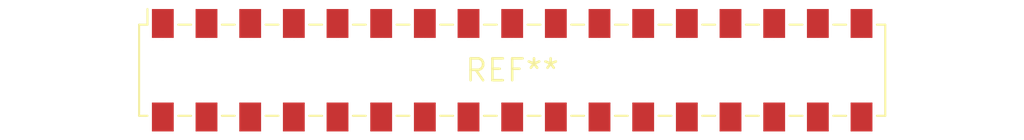
<source format=kicad_pcb>
(kicad_pcb (version 20240108) (generator pcbnew)
  (layers (0 "F.Cu" signal) (31 "B.Cu" signal) (34 "B.Paste" user) (35 "F.Paste" user) (36 "B.SilkS" user "B.Silkscreen") (37 "F.SilkS" user "F.Silkscreen") (38 "B.Mask" user) (39 "F.Mask" user) (44 "Edge.Cuts" user))
  (net 0 "")
  (footprint "Samtec_HLE-117-02-xxx-DV-BE_2x17_P2.54mm_Horizontal" (layer "F.Cu") (at 0 0)
    (property "Reference" "REF**")
    (property "Value" "Samtec_HLE-117-02-xxx-DV-BE_2x17_P2.54mm_Horizontal")
    (fp_line (start -21.7 -2.65) (end -21.7 2.65) (layer "F.SilkS") (stroke (width 0.12)))
    (fp_line (start -21.7 2.65) (end -21.215 2.65) (layer "F.SilkS") (stroke (width 0.12)))
    (fp_line (start -21.215 -3.56) (end -21.215 -2.65) (layer "F.SilkS") (stroke (width 0.12)))
    (fp_line (start -21.215 -2.65) (end -21.7 -2.65) (layer "F.SilkS") (stroke (width 0.12)))
    (fp_line (start -19.425 -2.65) (end -18.675 -2.65) (layer "F.SilkS") (stroke (width 0.12)))
    (fp_line (start -19.425 2.65) (end -18.675 2.65) (layer "F.SilkS") (stroke (width 0.12)))
    (fp_line (start -16.885 -2.65) (end -16.135 -2.65) (layer "F.SilkS") (stroke (width 0.12)))
    (fp_line (start -16.885 2.65) (end -16.135 2.65) (layer "F.SilkS") (stroke (width 0.12)))
    (fp_line (start -14.345 -2.65) (end -13.595 -2.65) (layer "F.SilkS") (stroke (width 0.12)))
    (fp_line (start -14.345 2.65) (end -13.595 2.65) (layer "F.SilkS") (stroke (width 0.12)))
    (fp_line (start -11.805 -2.65) (end -11.055 -2.65) (layer "F.SilkS") (stroke (width 0.12)))
    (fp_line (start -11.805 2.65) (end -11.055 2.65) (layer "F.SilkS") (stroke (width 0.12)))
    (fp_line (start -9.265 -2.65) (end -8.515 -2.65) (layer "F.SilkS") (stroke (width 0.12)))
    (fp_line (start -9.265 2.65) (end -8.515 2.65) (layer "F.SilkS") (stroke (width 0.12)))
    (fp_line (start -6.725 -2.65) (end -5.975 -2.65) (layer "F.SilkS") (stroke (width 0.12)))
    (fp_line (start -6.725 2.65) (end -5.975 2.65) (layer "F.SilkS") (stroke (width 0.12)))
    (fp_line (start -4.185 -2.65) (end -3.435 -2.65) (layer "F.SilkS") (stroke (width 0.12)))
    (fp_line (start -4.185 2.65) (end -3.435 2.65) (layer "F.SilkS") (stroke (width 0.12)))
    (fp_line (start -1.645 -2.65) (end -0.895 -2.65) (layer "F.SilkS") (stroke (width 0.12)))
    (fp_line (start -1.645 2.65) (end -0.895 2.65) (layer "F.SilkS") (stroke (width 0.12)))
    (fp_line (start 0.895 -2.65) (end 1.645 -2.65) (layer "F.SilkS") (stroke (width 0.12)))
    (fp_line (start 0.895 2.65) (end 1.645 2.65) (layer "F.SilkS") (stroke (width 0.12)))
    (fp_line (start 3.435 -2.65) (end 4.185 -2.65) (layer "F.SilkS") (stroke (width 0.12)))
    (fp_line (start 3.435 2.65) (end 4.185 2.65) (layer "F.SilkS") (stroke (width 0.12)))
    (fp_line (start 5.975 -2.65) (end 6.725 -2.65) (layer "F.SilkS") (stroke (width 0.12)))
    (fp_line (start 5.975 2.65) (end 6.725 2.65) (layer "F.SilkS") (stroke (width 0.12)))
    (fp_line (start 8.515 -2.65) (end 9.265 -2.65) (layer "F.SilkS") (stroke (width 0.12)))
    (fp_line (start 8.515 2.65) (end 9.265 2.65) (layer "F.SilkS") (stroke (width 0.12)))
    (fp_line (start 11.055 -2.65) (end 11.805 -2.65) (layer "F.SilkS") (stroke (width 0.12)))
    (fp_line (start 11.055 2.65) (end 11.805 2.65) (layer "F.SilkS") (stroke (width 0.12)))
    (fp_line (start 13.595 -2.65) (end 14.345 -2.65) (layer "F.SilkS") (stroke (width 0.12)))
    (fp_line (start 13.595 2.65) (end 14.345 2.65) (layer "F.SilkS") (stroke (width 0.12)))
    (fp_line (start 16.135 -2.65) (end 16.885 -2.65) (layer "F.SilkS") (stroke (width 0.12)))
    (fp_line (start 16.135 2.65) (end 16.885 2.65) (layer "F.SilkS") (stroke (width 0.12)))
    (fp_line (start 18.675 -2.65) (end 19.425 -2.65) (layer "F.SilkS") (stroke (width 0.12)))
    (fp_line (start 18.675 2.65) (end 19.425 2.65) (layer "F.SilkS") (stroke (width 0.12)))
    (fp_line (start 21.215 -2.65) (end 21.7 -2.65) (layer "F.SilkS") (stroke (width 0.12)))
    (fp_line (start 21.7 -2.65) (end 21.7 2.65) (layer "F.SilkS") (stroke (width 0.12)))
    (fp_line (start 21.7 2.65) (end 21.215 2.65) (layer "F.SilkS") (stroke (width 0.12)))
    (pad "" np_thru_hole circle (at -20.32 -1.27) (size 0.97 0.97) (drill 0.97) (layers *.Cu *.Mask))
    (pad "" np_thru_hole circle (at -20.32 1.27) (size 0.97 0.97) (drill 0.97) (layers *.Cu *.Mask))
    (pad "" np_thru_hole circle (at -17.78 -1.27) (size 0.97 0.97) (drill 0.97) (layers *.Cu *.Mask))
    (pad "" np_thru_hole circle (at -17.78 1.27) (size 0.97 0.97) (drill 0.97) (layers *.Cu *.Mask))
    (pad "" np_thru_hole circle (at -15.24 -1.27) (size 0.97 0.97) (drill 0.97) (layers *.Cu *.Mask))
    (pad "" np_thru_hole circle (at -15.24 1.27) (size 0.97 0.97) (drill 0.97) (layers *.Cu *.Mask))
    (pad "" np_thru_hole circle (at -12.7 -1.27) (size 0.97 0.97) (drill 0.97) (layers *.Cu *.Mask))
    (pad "" np_thru_hole circle (at -12.7 1.27) (size 0.97 0.97) (drill 0.97) (layers *.Cu *.Mask))
    (pad "" np_thru_hole circle (at -10.16 -1.27) (size 0.97 0.97) (drill 0.97) (layers *.Cu *.Mask))
    (pad "" np_thru_hole circle (at -10.16 1.27) (size 0.97 0.97) (drill 0.97) (layers *.Cu *.Mask))
    (pad "" np_thru_hole circle (at -7.62 -1.27) (size 0.97 0.97) (drill 0.97) (layers *.Cu *.Mask))
    (pad "" np_thru_hole circle (at -7.62 1.27) (size 0.97 0.97) (drill 0.97) (layers *.Cu *.Mask))
    (pad "" np_thru_hole circle (at -5.08 -1.27) (size 0.97 0.97) (drill 0.97) (layers *.Cu *.Mask))
    (pad "" np_thru_hole circle (at -5.08 1.27) (size 0.97 0.97) (drill 0.97) (layers *.Cu *.Mask))
    (pad "" np_thru_hole circle (at -2.54 -1.27) (size 0.97 0.97) (drill 0.97) (layers *.Cu *.Mask))
    (pad "" np_thru_hole circle (at -2.54 1.27) (size 0.97 0.97) (drill 0.97) (layers *.Cu *.Mask))
    (pad "" np_thru_hole circle (at 0 -1.27) (size 0.97 0.97) (drill 0.97) (layers *.Cu *.Mask))
    (pad "" np_thru_hole circle (at 0 1.27) (size 0.97 0.97) (drill 0.97) (layers *.Cu *.Mask))
    (pad "" np_thru_hole circle (at 2.54 -1.27) (size 0.97 0.97) (drill 0.97) (layers *.Cu *.Mask))
    (pad "" np_thru_hole circle (at 2.54 1.27) (size 0.97 0.97) (drill 0.97) (layers *.Cu *.Mask))
    (pad "" np_thru_hole circle (at 5.08 -1.27) (size 0.97 0.97) (drill 0.97) (layers *.Cu *.Mask))
    (pad "" np_thru_hole circle (at 5.08 1.27) (size 0.97 0.97) (drill 0.97) (layers *.Cu *.Mask))
    (pad "" np_thru_hole circle (at 7.62 -1.27) (size 0.97 0.97) (drill 0.97) (layers *.Cu *.Mask))
    (pad "" np_thru_hole circle (at 7.62 1.27) (size 0.97 0.97) (drill 0.97) (layers *.Cu *.Mask))
    (pad "" np_thru_hole circle (at 10.16 -1.27) (size 0.97 0.97) (drill 0.97) (layers *.Cu *.Mask))
    (pad "" np_thru_hole circle (at 10.16 1.27) (size 0.97 0.97) (drill 0.97) (layers *.Cu *.Mask))
    (pad "" np_thru_hole circle (at 12.7 -1.27) (size 0.97 0.97) (drill 0.97) (layers *.Cu *.Mask))
    (pad "" np_thru_hole circle (at 12.7 1.27) (size 0.97 0.97) (drill 0.97) (layers *.Cu *.Mask))
    (pad "" np_thru_hole circle (at 15.24 -1.27) (size 0.97 0.97) (drill 0.97) (layers *.Cu *.Mask))
    (pad "" np_thru_hole circle (at 15.24 1.27) (size 0.97 0.97) (drill 0.97) (layers *.Cu *.Mask))
    (pad "" np_thru_hole circle (at 17.78 -1.27) (size 0.97 0.97) (drill 0.97) (layers *.Cu *.Mask))
    (pad "" np_thru_hole circle (at 17.78 1.27) (size 0.97 0.97) (drill 0.97) (layers *.Cu *.Mask))
    (pad "" np_thru_hole circle (at 20.32 -1.27) (size 0.97 0.97) (drill 0.97) (layers *.Cu *.Mask))
    (pad "" np_thru_hole circle (at 20.32 1.27) (size 0.97 0.97) (drill 0.97) (layers *.Cu *.Mask))
    (pad "1" smd rect (at -20.32 -2.72) (size 1.27 1.68) (layers "F.Cu" "F.Paste" "F.Mask"))
    (pad "2" smd rect (at -20.32 2.72) (size 1.27 1.68) (layers "F.Cu" "F.Paste" "F.Mask"))
    (pad "3" smd rect (at -17.78 -2.72) (size 1.27 1.68) (layers "F.Cu" "F.Paste" "F.Mask"))
    (pad "4" smd rect (at -17.78 2.72) (size 1.27 1.68) (layers "F.Cu" "F.Paste" "F.Mask"))
    (pad "5" smd rect (at -15.24 -2.72) (size 1.27 1.68) (layers "F.Cu" "F.Paste" "F.Mask"))
    (pad "6" smd rect (at -15.24 2.72) (size 1.27 1.68) (layers "F.Cu" "F.Paste" "F.Mask"))
    (pad "7" smd rect (at -12.7 -2.72) (size 1.27 1.68) (layers "F.Cu" "F.Paste" "F.Mask"))
    (pad "8" smd rect (at -12.7 2.72) (size 1.27 1.68) (layers "F.Cu" "F.Paste" "F.Mask"))
    (pad "9" smd rect (at -10.16 -2.72) (size 1.27 1.68) (layers "F.Cu" "F.Paste" "F.Mask"))
    (pad "10" smd rect (at -10.16 2.72) (size 1.27 1.68) (layers "F.Cu" "F.Paste" "F.Mask"))
    (pad "11" smd rect (at -7.62 -2.72) (size 1.27 1.68) (layers "F.Cu" "F.Paste" "F.Mask"))
    (pad "12" smd rect (at -7.62 2.72) (size 1.27 1.68) (layers "F.Cu" "F.Paste" "F.Mask"))
    (pad "13" smd rect (at -5.08 -2.72) (size 1.27 1.68) (layers "F.Cu" "F.Paste" "F.Mask"))
    (pad "14" smd rect (at -5.08 2.72) (size 1.27 1.68) (layers "F.Cu" "F.Paste" "F.Mask"))
    (pad "15" smd rect (at -2.54 -2.72) (size 1.27 1.68) (layers "F.Cu" "F.Paste" "F.Mask"))
    (pad "16" smd rect (at -2.54 2.72) (size 1.27 1.68) (layers "F.Cu" "F.Paste" "F.Mask"))
    (pad "17" smd rect (at 0 -2.72) (size 1.27 1.68) (layers "F.Cu" "F.Paste" "F.Mask"))
    (pad "18" smd rect (at 0 2.72) (size 1.27 1.68) (layers "F.Cu" "F.Paste" "F.Mask"))
    (pad "19" smd rect (at 2.54 -2.72) (size 1.27 1.68) (layers "F.Cu" "F.Paste" "F.Mask"))
    (pad "20" smd rect (at 2.54 2.72) (size 1.27 1.68) (layers "F.Cu" "F.Paste" "F.Mask"))
    (pad "21" smd rect (at 5.08 -2.72) (size 1.27 1.68) (layers "F.Cu" "F.Paste" "F.Mask"))
    (pad "22" smd rect (at 5.08 2.72) (size 1.27 1.68) (layers "F.Cu" "F.Paste" "F.Mask"))
    (pad "23" smd rect (at 7.62 -2.72) (size 1.27 1.68) (layers "F.Cu" "F.Paste" "F.Mask"))
    (pad "24" smd rect (at 7.62 2.72) (size 1.27 1.68) (layers "F.Cu" "F.Paste" "F.Mask"))
    (pad "25" smd rect (at 10.16 -2.72) (size 1.27 1.68) (layers "F.Cu" "F.Paste" "F.Mask"))
    (pad "26" smd rect (at 10.16 2.72) (size 1.27 1.68) (layers "F.Cu" "F.Paste" "F.Mask"))
    (pad "27" smd rect (at 12.7 -2.72) (size 1.27 1.68) (layers "F.Cu" "F.Paste" "F.Mask"))
    (pad "28" smd rect (at 12.7 2.72) (size 1.27 1.68) (layers "F.Cu" "F.Paste" "F.Mask"))
    (pad "29" smd rect (at 15.24 -2.72) (size 1.27 1.68) (layers "F.Cu" "F.Paste" "F.Mask"))
    (pad "30" smd rect (at 15.24 2.72) (size 1.27 1.68) (layers "F.Cu" "F.Paste" "F.Mask"))
    (pad "31" smd rect (at 17.78 -2.72) (size 1.27 1.68) (layers "F.Cu" "F.Paste" "F.Mask"))
    (pad "32" smd rect (at 17.78 2.72) (size 1.27 1.68) (layers "F.Cu" "F.Paste" "F.Mask"))
    (pad "33" smd rect (at 20.32 -2.72) (size 1.27 1.68) (layers "F.Cu" "F.Paste" "F.Mask"))
    (pad "34" smd rect (at 20.32 2.72) (size 1.27 1.68) (layers "F.Cu" "F.Paste" "F.Mask"))
  )
)
</source>
